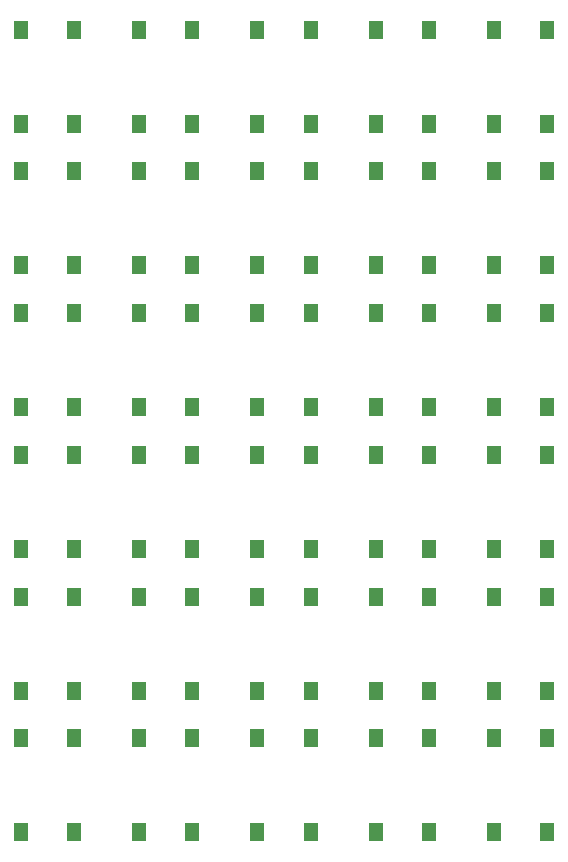
<source format=gtp>
G04 #@! TF.GenerationSoftware,KiCad,Pcbnew,5.1.6-c6e7f7d~87~ubuntu18.04.1*
G04 #@! TF.CreationDate,2021-01-10T20:40:06-05:00*
G04 #@! TF.ProjectId,dicecalc,64696365-6361-46c6-932e-6b696361645f,rev?*
G04 #@! TF.SameCoordinates,Original*
G04 #@! TF.FileFunction,Paste,Top*
G04 #@! TF.FilePolarity,Positive*
%FSLAX46Y46*%
G04 Gerber Fmt 4.6, Leading zero omitted, Abs format (unit mm)*
G04 Created by KiCad (PCBNEW 5.1.6-c6e7f7d~87~ubuntu18.04.1) date 2021-01-10 20:40:06*
%MOMM*%
%LPD*%
G01*
G04 APERTURE LIST*
%ADD10R,1.300000X1.550000*%
G04 APERTURE END LIST*
D10*
X116650000Y-145075000D03*
X121150000Y-145075000D03*
X121150000Y-137125000D03*
X116650000Y-137125000D03*
X91150000Y-157075000D03*
X86650000Y-157075000D03*
X86650000Y-149125000D03*
X91150000Y-149125000D03*
X91150000Y-137125000D03*
X86650000Y-137125000D03*
X86650000Y-145075000D03*
X91150000Y-145075000D03*
X96650000Y-145075000D03*
X101150000Y-145075000D03*
X101150000Y-137125000D03*
X96650000Y-137125000D03*
X106650000Y-145075000D03*
X111150000Y-145075000D03*
X111150000Y-137125000D03*
X106650000Y-137125000D03*
X91150000Y-125125000D03*
X86650000Y-125125000D03*
X86650000Y-133075000D03*
X91150000Y-133075000D03*
X96650000Y-125125000D03*
X101150000Y-125125000D03*
X101150000Y-133075000D03*
X96650000Y-133075000D03*
X106650000Y-133075000D03*
X111150000Y-133075000D03*
X111150000Y-125125000D03*
X106650000Y-125125000D03*
X91150000Y-113125000D03*
X86650000Y-113125000D03*
X86650000Y-121075000D03*
X91150000Y-121075000D03*
X101150000Y-113125000D03*
X96650000Y-113125000D03*
X96650000Y-121075000D03*
X101150000Y-121075000D03*
X106650000Y-113125000D03*
X111150000Y-113125000D03*
X111150000Y-121075000D03*
X106650000Y-121075000D03*
X116650000Y-133075000D03*
X121150000Y-133075000D03*
X121150000Y-125125000D03*
X116650000Y-125125000D03*
X116650000Y-113125000D03*
X121150000Y-113125000D03*
X121150000Y-121075000D03*
X116650000Y-121075000D03*
X116650000Y-101125000D03*
X121150000Y-101125000D03*
X121150000Y-109075000D03*
X116650000Y-109075000D03*
X106650000Y-89125000D03*
X111150000Y-89125000D03*
X111150000Y-97075000D03*
X106650000Y-97075000D03*
X81150000Y-101125000D03*
X76650000Y-101125000D03*
X76650000Y-109075000D03*
X81150000Y-109075000D03*
X91150000Y-101125000D03*
X86650000Y-101125000D03*
X86650000Y-109075000D03*
X91150000Y-109075000D03*
X101150000Y-101125000D03*
X96650000Y-101125000D03*
X96650000Y-109075000D03*
X101150000Y-109075000D03*
X106650000Y-109075000D03*
X111150000Y-109075000D03*
X111150000Y-101125000D03*
X106650000Y-101125000D03*
X81150000Y-97075000D03*
X76650000Y-97075000D03*
X76650000Y-89125000D03*
X81150000Y-89125000D03*
X91150000Y-97075000D03*
X86650000Y-97075000D03*
X86650000Y-89125000D03*
X91150000Y-89125000D03*
X101150000Y-89125000D03*
X96650000Y-89125000D03*
X96650000Y-97075000D03*
X101150000Y-97075000D03*
X116650000Y-149125000D03*
X121150000Y-149125000D03*
X121150000Y-157075000D03*
X116650000Y-157075000D03*
X116650000Y-97075000D03*
X121150000Y-97075000D03*
X121150000Y-89125000D03*
X116650000Y-89125000D03*
X96650000Y-149125000D03*
X101150000Y-149125000D03*
X101150000Y-157075000D03*
X96650000Y-157075000D03*
X106650000Y-149125000D03*
X111150000Y-149125000D03*
X111150000Y-157075000D03*
X106650000Y-157075000D03*
X81150000Y-121075000D03*
X76650000Y-121075000D03*
X76650000Y-113125000D03*
X81150000Y-113125000D03*
X81150000Y-133075000D03*
X76650000Y-133075000D03*
X76650000Y-125125000D03*
X81150000Y-125125000D03*
X81150000Y-145075000D03*
X76650000Y-145075000D03*
X76650000Y-137125000D03*
X81150000Y-137125000D03*
X81150000Y-157075000D03*
X76650000Y-157075000D03*
X76650000Y-149125000D03*
X81150000Y-149125000D03*
M02*

</source>
